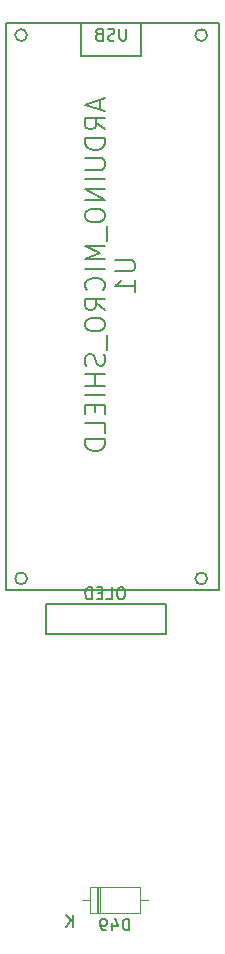
<source format=gbr>
G04 #@! TF.GenerationSoftware,KiCad,Pcbnew,(5.1.5)-3*
G04 #@! TF.CreationDate,2021-12-21T21:48:17-06:00*
G04 #@! TF.ProjectId,cuarenta,63756172-656e-4746-912e-6b696361645f,rev?*
G04 #@! TF.SameCoordinates,Original*
G04 #@! TF.FileFunction,Legend,Bot*
G04 #@! TF.FilePolarity,Positive*
%FSLAX46Y46*%
G04 Gerber Fmt 4.6, Leading zero omitted, Abs format (unit mm)*
G04 Created by KiCad (PCBNEW (5.1.5)-3) date 2021-12-21 21:48:17*
%MOMM*%
%LPD*%
G04 APERTURE LIST*
%ADD10C,0.150000*%
%ADD11C,0.120000*%
G04 APERTURE END LIST*
D10*
X263928500Y-76319250D02*
G75*
G03X263928500Y-76319250I-500000J0D01*
G01*
X279184500Y-76319250D02*
G75*
G03X279184500Y-76319250I-500000J0D01*
G01*
X263928500Y-30319250D02*
G75*
G03X263928500Y-30319250I-500000J0D01*
G01*
X279184500Y-30319250D02*
G75*
G03X279184500Y-30319250I-500000J0D01*
G01*
X280174500Y-77319250D02*
X280174500Y-29319250D01*
X280174500Y-29319250D02*
X262174500Y-29319250D01*
X262174500Y-29319250D02*
X262174500Y-77319250D01*
X262174500Y-77319250D02*
X280174500Y-77319250D01*
X268524500Y-29313250D02*
X268524500Y-32107250D01*
X268524500Y-32107250D02*
X273604500Y-32107250D01*
X273604500Y-32107250D02*
X273604500Y-29313250D01*
X265508250Y-78462250D02*
X275668250Y-78462250D01*
X275668250Y-78462250D02*
X275668250Y-81002250D01*
X275668250Y-81002250D02*
X265508250Y-81002250D01*
X265508250Y-81002250D02*
X265508250Y-78462250D01*
D11*
X269262000Y-104664750D02*
X269262000Y-102424750D01*
X269262000Y-102424750D02*
X273502000Y-102424750D01*
X273502000Y-102424750D02*
X273502000Y-104664750D01*
X273502000Y-104664750D02*
X269262000Y-104664750D01*
X268612000Y-103544750D02*
X269262000Y-103544750D01*
X274152000Y-103544750D02*
X273502000Y-103544750D01*
X269982000Y-104664750D02*
X269982000Y-102424750D01*
X270102000Y-104664750D02*
X270102000Y-102424750D01*
X269862000Y-104664750D02*
X269862000Y-102424750D01*
D10*
X271403547Y-49354011D02*
X272779738Y-49354011D01*
X272941642Y-49434964D01*
X273022595Y-49515916D01*
X273103547Y-49677821D01*
X273103547Y-50001630D01*
X273022595Y-50163535D01*
X272941642Y-50244488D01*
X272779738Y-50325440D01*
X271403547Y-50325440D01*
X273103547Y-52025440D02*
X273103547Y-51054011D01*
X273103547Y-51539726D02*
X271403547Y-51539726D01*
X271646404Y-51377821D01*
X271808309Y-51215916D01*
X271889261Y-51054011D01*
X270077833Y-35794488D02*
X270077833Y-36604011D01*
X270563547Y-35632583D02*
X268863547Y-36199250D01*
X270563547Y-36765916D01*
X270563547Y-38304011D02*
X269754023Y-37737345D01*
X270563547Y-37332583D02*
X268863547Y-37332583D01*
X268863547Y-37980202D01*
X268944500Y-38142107D01*
X269025452Y-38223059D01*
X269187357Y-38304011D01*
X269430214Y-38304011D01*
X269592119Y-38223059D01*
X269673071Y-38142107D01*
X269754023Y-37980202D01*
X269754023Y-37332583D01*
X270563547Y-39032583D02*
X268863547Y-39032583D01*
X268863547Y-39437345D01*
X268944500Y-39680202D01*
X269106404Y-39842107D01*
X269268309Y-39923059D01*
X269592119Y-40004011D01*
X269834976Y-40004011D01*
X270158785Y-39923059D01*
X270320690Y-39842107D01*
X270482595Y-39680202D01*
X270563547Y-39437345D01*
X270563547Y-39032583D01*
X268863547Y-40732583D02*
X270239738Y-40732583D01*
X270401642Y-40813535D01*
X270482595Y-40894488D01*
X270563547Y-41056392D01*
X270563547Y-41380202D01*
X270482595Y-41542107D01*
X270401642Y-41623059D01*
X270239738Y-41704011D01*
X268863547Y-41704011D01*
X270563547Y-42513535D02*
X268863547Y-42513535D01*
X270563547Y-43323059D02*
X268863547Y-43323059D01*
X270563547Y-44294488D01*
X268863547Y-44294488D01*
X268863547Y-45427821D02*
X268863547Y-45751630D01*
X268944500Y-45913535D01*
X269106404Y-46075440D01*
X269430214Y-46156392D01*
X269996880Y-46156392D01*
X270320690Y-46075440D01*
X270482595Y-45913535D01*
X270563547Y-45751630D01*
X270563547Y-45427821D01*
X270482595Y-45265916D01*
X270320690Y-45104011D01*
X269996880Y-45023059D01*
X269430214Y-45023059D01*
X269106404Y-45104011D01*
X268944500Y-45265916D01*
X268863547Y-45427821D01*
X270725452Y-46480202D02*
X270725452Y-47775440D01*
X270563547Y-48180202D02*
X268863547Y-48180202D01*
X270077833Y-48746869D01*
X268863547Y-49313535D01*
X270563547Y-49313535D01*
X270563547Y-50123059D02*
X268863547Y-50123059D01*
X270401642Y-51904011D02*
X270482595Y-51823059D01*
X270563547Y-51580202D01*
X270563547Y-51418297D01*
X270482595Y-51175440D01*
X270320690Y-51013535D01*
X270158785Y-50932583D01*
X269834976Y-50851630D01*
X269592119Y-50851630D01*
X269268309Y-50932583D01*
X269106404Y-51013535D01*
X268944500Y-51175440D01*
X268863547Y-51418297D01*
X268863547Y-51580202D01*
X268944500Y-51823059D01*
X269025452Y-51904011D01*
X270563547Y-53604011D02*
X269754023Y-53037345D01*
X270563547Y-52632583D02*
X268863547Y-52632583D01*
X268863547Y-53280202D01*
X268944500Y-53442107D01*
X269025452Y-53523059D01*
X269187357Y-53604011D01*
X269430214Y-53604011D01*
X269592119Y-53523059D01*
X269673071Y-53442107D01*
X269754023Y-53280202D01*
X269754023Y-52632583D01*
X268863547Y-54656392D02*
X268863547Y-54980202D01*
X268944500Y-55142107D01*
X269106404Y-55304011D01*
X269430214Y-55384964D01*
X269996880Y-55384964D01*
X270320690Y-55304011D01*
X270482595Y-55142107D01*
X270563547Y-54980202D01*
X270563547Y-54656392D01*
X270482595Y-54494488D01*
X270320690Y-54332583D01*
X269996880Y-54251630D01*
X269430214Y-54251630D01*
X269106404Y-54332583D01*
X268944500Y-54494488D01*
X268863547Y-54656392D01*
X270725452Y-55708773D02*
X270725452Y-57004011D01*
X270482595Y-57327821D02*
X270563547Y-57570678D01*
X270563547Y-57975440D01*
X270482595Y-58137345D01*
X270401642Y-58218297D01*
X270239738Y-58299250D01*
X270077833Y-58299250D01*
X269915928Y-58218297D01*
X269834976Y-58137345D01*
X269754023Y-57975440D01*
X269673071Y-57651630D01*
X269592119Y-57489726D01*
X269511166Y-57408773D01*
X269349261Y-57327821D01*
X269187357Y-57327821D01*
X269025452Y-57408773D01*
X268944500Y-57489726D01*
X268863547Y-57651630D01*
X268863547Y-58056392D01*
X268944500Y-58299250D01*
X270563547Y-59027821D02*
X268863547Y-59027821D01*
X269673071Y-59027821D02*
X269673071Y-59999250D01*
X270563547Y-59999250D02*
X268863547Y-59999250D01*
X270563547Y-60808773D02*
X268863547Y-60808773D01*
X269673071Y-61618297D02*
X269673071Y-62184964D01*
X270563547Y-62427821D02*
X270563547Y-61618297D01*
X268863547Y-61618297D01*
X268863547Y-62427821D01*
X270563547Y-63965916D02*
X270563547Y-63156392D01*
X268863547Y-63156392D01*
X270563547Y-64532583D02*
X268863547Y-64532583D01*
X268863547Y-64937345D01*
X268944500Y-65180202D01*
X269106404Y-65342107D01*
X269268309Y-65423059D01*
X269592119Y-65504011D01*
X269834976Y-65504011D01*
X270158785Y-65423059D01*
X270320690Y-65342107D01*
X270482595Y-65180202D01*
X270563547Y-64937345D01*
X270563547Y-64532583D01*
X272326404Y-29781630D02*
X272326404Y-30591154D01*
X272278785Y-30686392D01*
X272231166Y-30734011D01*
X272135928Y-30781630D01*
X271945452Y-30781630D01*
X271850214Y-30734011D01*
X271802595Y-30686392D01*
X271754976Y-30591154D01*
X271754976Y-29781630D01*
X271326404Y-30734011D02*
X271183547Y-30781630D01*
X270945452Y-30781630D01*
X270850214Y-30734011D01*
X270802595Y-30686392D01*
X270754976Y-30591154D01*
X270754976Y-30495916D01*
X270802595Y-30400678D01*
X270850214Y-30353059D01*
X270945452Y-30305440D01*
X271135928Y-30257821D01*
X271231166Y-30210202D01*
X271278785Y-30162583D01*
X271326404Y-30067345D01*
X271326404Y-29972107D01*
X271278785Y-29876869D01*
X271231166Y-29829250D01*
X271135928Y-29781630D01*
X270897833Y-29781630D01*
X270754976Y-29829250D01*
X269993071Y-30257821D02*
X269850214Y-30305440D01*
X269802595Y-30353059D01*
X269754976Y-30448297D01*
X269754976Y-30591154D01*
X269802595Y-30686392D01*
X269850214Y-30734011D01*
X269945452Y-30781630D01*
X270326404Y-30781630D01*
X270326404Y-29781630D01*
X269993071Y-29781630D01*
X269897833Y-29829250D01*
X269850214Y-29876869D01*
X269802595Y-29972107D01*
X269802595Y-30067345D01*
X269850214Y-30162583D01*
X269897833Y-30210202D01*
X269993071Y-30257821D01*
X270326404Y-30257821D01*
X271980630Y-77084630D02*
X271790154Y-77084630D01*
X271694916Y-77132250D01*
X271599678Y-77227488D01*
X271552059Y-77417964D01*
X271552059Y-77751297D01*
X271599678Y-77941773D01*
X271694916Y-78037011D01*
X271790154Y-78084630D01*
X271980630Y-78084630D01*
X272075869Y-78037011D01*
X272171107Y-77941773D01*
X272218726Y-77751297D01*
X272218726Y-77417964D01*
X272171107Y-77227488D01*
X272075869Y-77132250D01*
X271980630Y-77084630D01*
X270647297Y-78084630D02*
X271123488Y-78084630D01*
X271123488Y-77084630D01*
X270313964Y-77560821D02*
X269980630Y-77560821D01*
X269837773Y-78084630D02*
X270313964Y-78084630D01*
X270313964Y-77084630D01*
X269837773Y-77084630D01*
X269409202Y-78084630D02*
X269409202Y-77084630D01*
X269171107Y-77084630D01*
X269028250Y-77132250D01*
X268933011Y-77227488D01*
X268885392Y-77322726D01*
X268837773Y-77513202D01*
X268837773Y-77656059D01*
X268885392Y-77846535D01*
X268933011Y-77941773D01*
X269028250Y-78037011D01*
X269171107Y-78084630D01*
X269409202Y-78084630D01*
X272596285Y-106117130D02*
X272596285Y-105117130D01*
X272358190Y-105117130D01*
X272215333Y-105164750D01*
X272120095Y-105259988D01*
X272072476Y-105355226D01*
X272024857Y-105545702D01*
X272024857Y-105688559D01*
X272072476Y-105879035D01*
X272120095Y-105974273D01*
X272215333Y-106069511D01*
X272358190Y-106117130D01*
X272596285Y-106117130D01*
X271167714Y-105450464D02*
X271167714Y-106117130D01*
X271405809Y-105069511D02*
X271643904Y-105783797D01*
X271024857Y-105783797D01*
X270596285Y-106117130D02*
X270405809Y-106117130D01*
X270310571Y-106069511D01*
X270262952Y-106021892D01*
X270167714Y-105879035D01*
X270120095Y-105688559D01*
X270120095Y-105307607D01*
X270167714Y-105212369D01*
X270215333Y-105164750D01*
X270310571Y-105117130D01*
X270501047Y-105117130D01*
X270596285Y-105164750D01*
X270643904Y-105212369D01*
X270691523Y-105307607D01*
X270691523Y-105545702D01*
X270643904Y-105640940D01*
X270596285Y-105688559D01*
X270501047Y-105736178D01*
X270310571Y-105736178D01*
X270215333Y-105688559D01*
X270167714Y-105640940D01*
X270120095Y-105545702D01*
X267833904Y-105797130D02*
X267833904Y-104797130D01*
X267262476Y-105797130D02*
X267691047Y-105225702D01*
X267262476Y-104797130D02*
X267833904Y-105368559D01*
M02*

</source>
